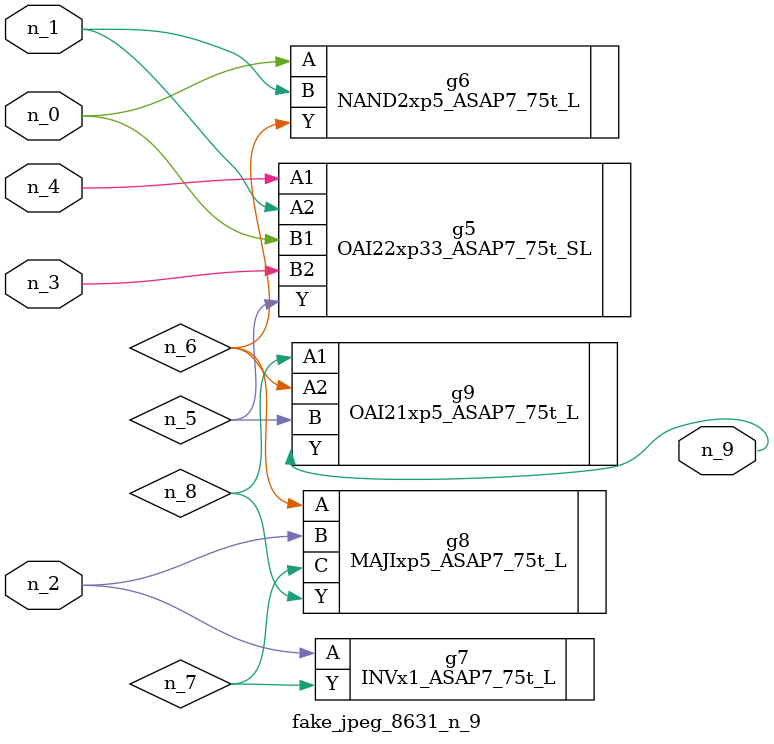
<source format=v>
module fake_jpeg_8631_n_9 (n_3, n_2, n_1, n_0, n_4, n_9);

input n_3;
input n_2;
input n_1;
input n_0;
input n_4;

output n_9;

wire n_8;
wire n_6;
wire n_5;
wire n_7;

OAI22xp33_ASAP7_75t_SL g5 ( 
.A1(n_4),
.A2(n_1),
.B1(n_0),
.B2(n_3),
.Y(n_5)
);

NAND2xp5_ASAP7_75t_L g6 ( 
.A(n_0),
.B(n_1),
.Y(n_6)
);

INVx1_ASAP7_75t_L g7 ( 
.A(n_2),
.Y(n_7)
);

MAJIxp5_ASAP7_75t_L g8 ( 
.A(n_6),
.B(n_2),
.C(n_7),
.Y(n_8)
);

OAI21xp5_ASAP7_75t_L g9 ( 
.A1(n_8),
.A2(n_6),
.B(n_5),
.Y(n_9)
);


endmodule
</source>
